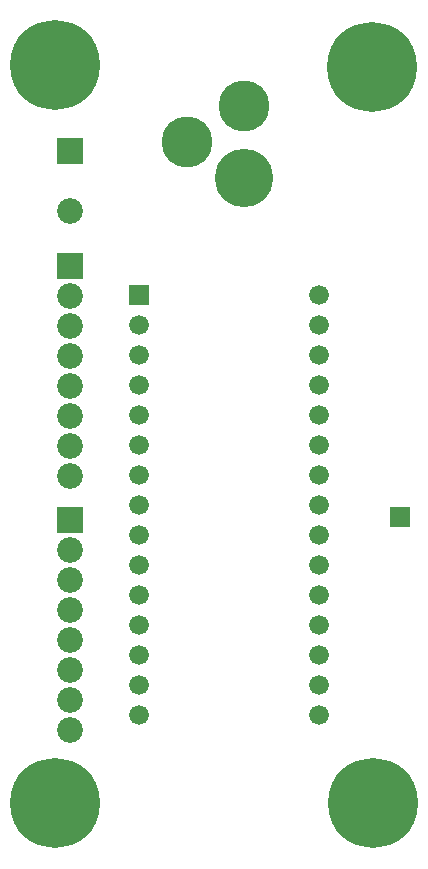
<source format=gbr>
G04 start of page 7 for group -4062 idx -4062 *
G04 Title: (unknown), soldermask *
G04 Creator: pcb 20140316 *
G04 CreationDate: Wed 01 Aug 2018 03:37:01 PM GMT UTC *
G04 For: railfan *
G04 Format: Gerber/RS-274X *
G04 PCB-Dimensions (mil): 1400.00 2800.00 *
G04 PCB-Coordinate-Origin: lower left *
%MOIN*%
%FSLAX25Y25*%
%LNBOTTOMMASK*%
%ADD82C,0.0001*%
%ADD81C,0.1700*%
%ADD80C,0.1950*%
%ADD79C,0.0860*%
%ADD78C,0.0660*%
%ADD77C,0.2997*%
G54D77*X17000Y17000D03*
X123000D03*
G54D78*X45000Y66500D03*
Y56500D03*
Y46500D03*
X105000D03*
Y56500D03*
Y66500D03*
G54D79*X22000Y61500D03*
Y51500D03*
Y41500D03*
G54D77*X122500Y262500D03*
X17000Y263000D03*
G54D80*X80000Y225500D03*
G54D81*Y249500D03*
X61000Y237500D03*
G54D82*G36*
X17700Y238800D02*Y230200D01*
X26300D01*
Y238800D01*
X17700D01*
G37*
G54D78*X105000Y166500D03*
Y176500D03*
Y186500D03*
X45000Y156500D03*
Y146500D03*
Y136500D03*
Y126500D03*
Y116500D03*
Y106500D03*
Y96500D03*
Y86500D03*
G54D82*G36*
X41700Y189800D02*Y183200D01*
X48300D01*
Y189800D01*
X41700D01*
G37*
G36*
X17700Y200300D02*Y191700D01*
X26300D01*
Y200300D01*
X17700D01*
G37*
G54D79*X22000Y186000D03*
Y214500D03*
G54D78*X45000Y176500D03*
G54D79*X22000Y176000D03*
G54D78*X45000Y166500D03*
G54D79*X22000Y166000D03*
Y156000D03*
Y146000D03*
Y136000D03*
Y126000D03*
G54D82*G36*
X17700Y115800D02*Y107200D01*
X26300D01*
Y115800D01*
X17700D01*
G37*
G54D79*X22000Y101500D03*
Y91500D03*
Y81500D03*
Y71500D03*
G54D78*X45000Y76500D03*
X105000D03*
Y86500D03*
Y96500D03*
Y106500D03*
Y146500D03*
Y156500D03*
Y116500D03*
Y126500D03*
Y136500D03*
G54D82*G36*
X128700Y115800D02*Y109200D01*
X135300D01*
Y115800D01*
X128700D01*
G37*
M02*

</source>
